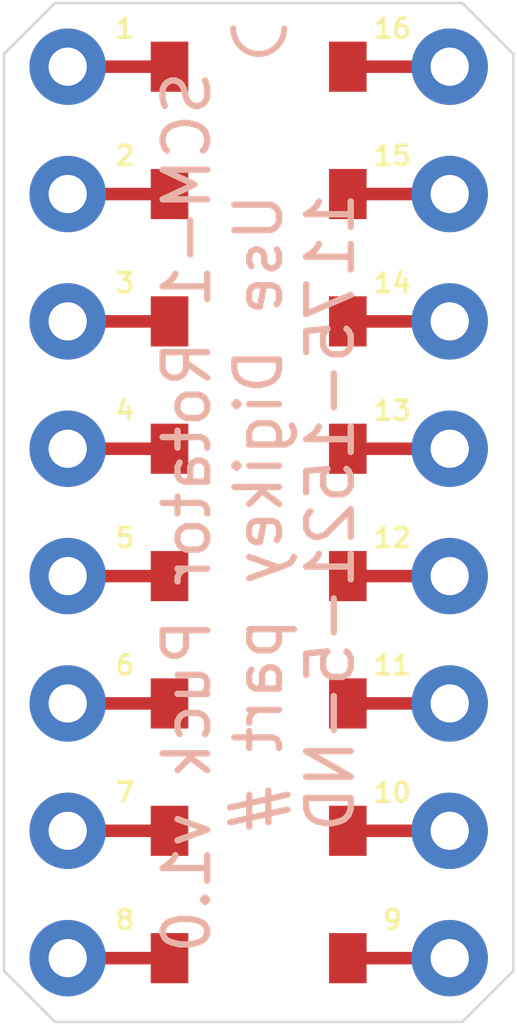
<source format=kicad_pcb>
(kicad_pcb (version 20171130) (host pcbnew 5.1.9)

  (general
    (thickness 1.6)
    (drawings 10)
    (tracks 16)
    (zones 0)
    (modules 17)
    (nets 17)
  )

  (page A4)
  (layers
    (0 F.Cu signal)
    (31 B.Cu signal)
    (32 B.Adhes user)
    (33 F.Adhes user)
    (34 B.Paste user)
    (35 F.Paste user)
    (36 B.SilkS user)
    (37 F.SilkS user)
    (38 B.Mask user)
    (39 F.Mask user)
    (40 Dwgs.User user)
    (41 Cmts.User user)
    (42 Eco1.User user)
    (43 Eco2.User user)
    (44 Edge.Cuts user)
    (45 Margin user)
    (46 B.CrtYd user)
    (47 F.CrtYd user)
    (48 B.Fab user)
    (49 F.Fab user)
  )

  (setup
    (last_trace_width 0.25)
    (trace_clearance 0.2)
    (zone_clearance 0.508)
    (zone_45_only no)
    (trace_min 0.1524)
    (via_size 0.8)
    (via_drill 0.4)
    (via_min_size 0.508)
    (via_min_drill 0.254)
    (uvia_size 0.508)
    (uvia_drill 0.254)
    (uvias_allowed no)
    (uvia_min_size 0.508)
    (uvia_min_drill 0.254)
    (edge_width 0.05)
    (segment_width 0.2)
    (pcb_text_width 0.3)
    (pcb_text_size 1.5 1.5)
    (mod_edge_width 0.12)
    (mod_text_size 1 1)
    (mod_text_width 0.15)
    (pad_size 1.524 1.524)
    (pad_drill 0.762)
    (pad_to_mask_clearance 0.0508)
    (aux_axis_origin 0 0)
    (visible_elements FFFFFF7F)
    (pcbplotparams
      (layerselection 0x010fc_ffffffff)
      (usegerberextensions false)
      (usegerberattributes true)
      (usegerberadvancedattributes true)
      (creategerberjobfile true)
      (excludeedgelayer true)
      (linewidth 0.100000)
      (plotframeref false)
      (viasonmask false)
      (mode 1)
      (useauxorigin false)
      (hpglpennumber 1)
      (hpglpenspeed 20)
      (hpglpendiameter 15.000000)
      (psnegative false)
      (psa4output false)
      (plotreference true)
      (plotvalue true)
      (plotinvisibletext false)
      (padsonsilk false)
      (subtractmaskfromsilk false)
      (outputformat 1)
      (mirror false)
      (drillshape 1)
      (scaleselection 1)
      (outputdirectory ""))
  )

  (net 0 "")
  (net 1 "Net-(J0-Pad16)")
  (net 2 "Net-(J0-Pad15)")
  (net 3 "Net-(J0-Pad14)")
  (net 4 "Net-(J0-Pad13)")
  (net 5 "Net-(J0-Pad12)")
  (net 6 "Net-(J0-Pad11)")
  (net 7 "Net-(J0-Pad10)")
  (net 8 "Net-(J0-Pad9)")
  (net 9 "Net-(J0-Pad8)")
  (net 10 "Net-(J0-Pad7)")
  (net 11 "Net-(J0-Pad6)")
  (net 12 "Net-(J0-Pad5)")
  (net 13 "Net-(J0-Pad4)")
  (net 14 "Net-(J0-Pad3)")
  (net 15 "Net-(J0-Pad2)")
  (net 16 "Net-(J0-Pad1)")

  (net_class Default "This is the default net class."
    (clearance 0.2)
    (trace_width 0.25)
    (via_dia 0.8)
    (via_drill 0.4)
    (uvia_dia 0.508)
    (uvia_drill 0.254)
    (add_net "Net-(J0-Pad1)")
    (add_net "Net-(J0-Pad10)")
    (add_net "Net-(J0-Pad11)")
    (add_net "Net-(J0-Pad12)")
    (add_net "Net-(J0-Pad13)")
    (add_net "Net-(J0-Pad14)")
    (add_net "Net-(J0-Pad15)")
    (add_net "Net-(J0-Pad16)")
    (add_net "Net-(J0-Pad2)")
    (add_net "Net-(J0-Pad3)")
    (add_net "Net-(J0-Pad4)")
    (add_net "Net-(J0-Pad5)")
    (add_net "Net-(J0-Pad6)")
    (add_net "Net-(J0-Pad7)")
    (add_net "Net-(J0-Pad8)")
    (add_net "Net-(J0-Pad9)")
  )

  (module scm1-puck:sample-pad (layer F.Cu) (tedit 602ED875) (tstamp 602F58F1)
    (at 154.178 92.71 90)
    (path /6036AAD7)
    (fp_text reference 16 (at 0.762 0.889 180) (layer F.SilkS)
      (effects (font (size 0.381 0.381) (thickness 0.0762)))
    )
    (fp_text value Conn_01x01 (at 0 2.413 90) (layer F.Fab) hide
      (effects (font (size 1 1) (thickness 0.15)))
    )
    (pad 1 smd rect (at 0 0 180) (size 0.75 1) (layers F.Cu F.Paste F.Mask)
      (net 1 "Net-(J0-Pad16)"))
  )

  (module scm1-puck:sample-pad (layer F.Cu) (tedit 602ED875) (tstamp 602F58EC)
    (at 154.178 95.25 90)
    (path /6036AAD1)
    (fp_text reference 15 (at 0.762 0.889 180) (layer F.SilkS)
      (effects (font (size 0.381 0.381) (thickness 0.0762)))
    )
    (fp_text value Conn_01x01 (at 0 2.413 90) (layer F.Fab) hide
      (effects (font (size 1 1) (thickness 0.15)))
    )
    (pad 1 smd rect (at 0 0 180) (size 0.75 1) (layers F.Cu F.Paste F.Mask)
      (net 2 "Net-(J0-Pad15)"))
  )

  (module scm1-puck:sample-pad (layer F.Cu) (tedit 602ED875) (tstamp 602F58E7)
    (at 154.178 97.79 90)
    (path /6036AACB)
    (fp_text reference 14 (at 0.762 0.889 180) (layer F.SilkS)
      (effects (font (size 0.381 0.381) (thickness 0.0762)))
    )
    (fp_text value Conn_01x01 (at 0 2.413 90) (layer F.Fab) hide
      (effects (font (size 1 1) (thickness 0.15)))
    )
    (pad 1 smd rect (at 0 0 180) (size 0.75 1) (layers F.Cu F.Paste F.Mask)
      (net 3 "Net-(J0-Pad14)"))
  )

  (module scm1-puck:sample-pad (layer F.Cu) (tedit 602ED875) (tstamp 602F58E2)
    (at 154.178 100.33 90)
    (path /6036AAC5)
    (fp_text reference 13 (at 0.762 0.889 180) (layer F.SilkS)
      (effects (font (size 0.381 0.381) (thickness 0.0762)))
    )
    (fp_text value Conn_01x01 (at 0 2.413 90) (layer F.Fab) hide
      (effects (font (size 1 1) (thickness 0.15)))
    )
    (pad 1 smd rect (at 0 0 180) (size 0.75 1) (layers F.Cu F.Paste F.Mask)
      (net 4 "Net-(J0-Pad13)"))
  )

  (module scm1-puck:sample-pad (layer F.Cu) (tedit 602ED875) (tstamp 602F58DD)
    (at 154.178 102.87 90)
    (path /6036AABF)
    (fp_text reference 12 (at 0.762 0.889 180) (layer F.SilkS)
      (effects (font (size 0.381 0.381) (thickness 0.0762)))
    )
    (fp_text value Conn_01x01 (at 0 2.413 90) (layer F.Fab) hide
      (effects (font (size 1 1) (thickness 0.15)))
    )
    (pad 1 smd rect (at 0 0 180) (size 0.75 1) (layers F.Cu F.Paste F.Mask)
      (net 5 "Net-(J0-Pad12)"))
  )

  (module scm1-puck:sample-pad (layer F.Cu) (tedit 602ED875) (tstamp 602F58D8)
    (at 154.178 105.41 90)
    (path /6036AAB9)
    (fp_text reference 11 (at 0.762 0.889 180) (layer F.SilkS)
      (effects (font (size 0.381 0.381) (thickness 0.0762)))
    )
    (fp_text value Conn_01x01 (at 0 2.413 90) (layer F.Fab) hide
      (effects (font (size 1 1) (thickness 0.15)))
    )
    (pad 1 smd rect (at 0 0 180) (size 0.75 1) (layers F.Cu F.Paste F.Mask)
      (net 6 "Net-(J0-Pad11)"))
  )

  (module scm1-puck:sample-pad (layer F.Cu) (tedit 602ED875) (tstamp 602F58D3)
    (at 154.178 107.95 90)
    (path /6036AAB3)
    (fp_text reference 10 (at 0.762 0.889 180) (layer F.SilkS)
      (effects (font (size 0.381 0.381) (thickness 0.0762)))
    )
    (fp_text value Conn_01x01 (at 0 2.413 90) (layer F.Fab) hide
      (effects (font (size 1 1) (thickness 0.15)))
    )
    (pad 1 smd rect (at 0 0 180) (size 0.75 1) (layers F.Cu F.Paste F.Mask)
      (net 7 "Net-(J0-Pad10)"))
  )

  (module scm1-puck:sample-pad (layer F.Cu) (tedit 602ED875) (tstamp 602F58CE)
    (at 154.178 110.49 90)
    (path /6036AAAD)
    (fp_text reference 9 (at 0.762 0.889 180) (layer F.SilkS)
      (effects (font (size 0.381 0.381) (thickness 0.0762)))
    )
    (fp_text value Conn_01x01 (at 0 2.413 90) (layer F.Fab) hide
      (effects (font (size 1 1) (thickness 0.15)))
    )
    (pad 1 smd rect (at 0 0 180) (size 0.75 1) (layers F.Cu F.Paste F.Mask)
      (net 8 "Net-(J0-Pad9)"))
  )

  (module scm1-puck:sample-pad (layer F.Cu) (tedit 602ED875) (tstamp 602F58C9)
    (at 150.622 110.49 90)
    (path /6036196F)
    (fp_text reference 8 (at 0.762 -0.889 180) (layer F.SilkS)
      (effects (font (size 0.381 0.381) (thickness 0.0762)))
    )
    (fp_text value Conn_01x01 (at 0 2.413 90) (layer F.Fab) hide
      (effects (font (size 1 1) (thickness 0.15)))
    )
    (pad 1 smd rect (at 0 0 180) (size 0.75 1) (layers F.Cu F.Paste F.Mask)
      (net 9 "Net-(J0-Pad8)"))
  )

  (module scm1-puck:sample-pad (layer F.Cu) (tedit 602ED875) (tstamp 602F58C4)
    (at 150.622 107.95 90)
    (path /60361969)
    (fp_text reference 7 (at 0.762 -0.889 180) (layer F.SilkS)
      (effects (font (size 0.381 0.381) (thickness 0.0762)))
    )
    (fp_text value Conn_01x01 (at 0 2.413 90) (layer F.Fab) hide
      (effects (font (size 1 1) (thickness 0.15)))
    )
    (pad 1 smd rect (at 0 0 180) (size 0.75 1) (layers F.Cu F.Paste F.Mask)
      (net 10 "Net-(J0-Pad7)"))
  )

  (module scm1-puck:sample-pad (layer F.Cu) (tedit 602ED875) (tstamp 602F58BF)
    (at 150.622 105.41 90)
    (path /60361963)
    (fp_text reference 6 (at 0.762 -0.889 180) (layer F.SilkS)
      (effects (font (size 0.381 0.381) (thickness 0.0762)))
    )
    (fp_text value Conn_01x01 (at 0 2.413 90) (layer F.Fab) hide
      (effects (font (size 1 1) (thickness 0.15)))
    )
    (pad 1 smd rect (at 0 0 180) (size 0.75 1) (layers F.Cu F.Paste F.Mask)
      (net 11 "Net-(J0-Pad6)"))
  )

  (module scm1-puck:sample-pad (layer F.Cu) (tedit 602ED875) (tstamp 602F58BA)
    (at 150.622 102.87 90)
    (path /6036195D)
    (fp_text reference 5 (at 0.762 -0.889 180) (layer F.SilkS)
      (effects (font (size 0.381 0.381) (thickness 0.0762)))
    )
    (fp_text value Conn_01x01 (at 0 2.413 90) (layer F.Fab) hide
      (effects (font (size 1 1) (thickness 0.15)))
    )
    (pad 1 smd rect (at 0 0 180) (size 0.75 1) (layers F.Cu F.Paste F.Mask)
      (net 12 "Net-(J0-Pad5)"))
  )

  (module scm1-puck:sample-pad (layer F.Cu) (tedit 602ED875) (tstamp 602F58B5)
    (at 150.622 100.33 90)
    (path /6035F77B)
    (fp_text reference 4 (at 0.762 -0.889 180) (layer F.SilkS)
      (effects (font (size 0.381 0.381) (thickness 0.0762)))
    )
    (fp_text value Conn_01x01 (at 0 2.413 90) (layer F.Fab) hide
      (effects (font (size 1 1) (thickness 0.15)))
    )
    (pad 1 smd rect (at 0 0 180) (size 0.75 1) (layers F.Cu F.Paste F.Mask)
      (net 13 "Net-(J0-Pad4)"))
  )

  (module scm1-puck:sample-pad (layer F.Cu) (tedit 602ED875) (tstamp 602F58B0)
    (at 150.622 97.79 90)
    (path /6035F775)
    (fp_text reference 3 (at 0.762 -0.889 180) (layer F.SilkS)
      (effects (font (size 0.381 0.381) (thickness 0.0762)))
    )
    (fp_text value Conn_01x01 (at 0 2.413 90) (layer F.Fab) hide
      (effects (font (size 1 1) (thickness 0.15)))
    )
    (pad 1 smd rect (at 0 0 180) (size 0.75 1) (layers F.Cu F.Paste F.Mask)
      (net 14 "Net-(J0-Pad3)"))
  )

  (module scm1-puck:sample-pad (layer F.Cu) (tedit 602ED875) (tstamp 602F6181)
    (at 150.622 95.25 90)
    (path /6035DB65)
    (fp_text reference 2 (at 0.762 -0.889 180) (layer F.SilkS)
      (effects (font (size 0.381 0.381) (thickness 0.0762)))
    )
    (fp_text value Conn_01x01 (at 0 2.413 90) (layer F.Fab) hide
      (effects (font (size 1 1) (thickness 0.15)))
    )
    (pad 1 smd rect (at 0 0 180) (size 0.75 1) (layers F.Cu F.Paste F.Mask)
      (net 15 "Net-(J0-Pad2)"))
  )

  (module scm1-puck:sample-pad (layer F.Cu) (tedit 602ED875) (tstamp 602F58A6)
    (at 150.622 92.71 90)
    (path /603578AC)
    (fp_text reference 1 (at 0.762 -0.889 180) (layer F.SilkS)
      (effects (font (size 0.381 0.381) (thickness 0.0762)))
    )
    (fp_text value Conn_01x01 (at 0 2.413 90) (layer F.Fab) hide
      (effects (font (size 1 1) (thickness 0.15)))
    )
    (pad 1 smd rect (at 0 0 180) (size 0.75 1) (layers F.Cu F.Paste F.Mask)
      (net 16 "Net-(J0-Pad1)"))
  )

  (module scm1-puck:simple-DIP-16 (layer F.Cu) (tedit 602EF263) (tstamp 602F58A1)
    (at 152.4 101.6)
    (path /6030EA1C)
    (fp_text reference J0 (at 0 0) (layer F.SilkS) hide
      (effects (font (size 1 1) (thickness 0.15)))
    )
    (fp_text value Conn_02x08_Counter_Clockwise (at 0 11.43) (layer F.Fab) hide
      (effects (font (size 1 1) (thickness 0.15)))
    )
    (fp_arc (start 0 -10.16) (end -0.5 -10.16) (angle -180) (layer F.CrtYd) (width 0.12))
    (fp_line (start 0.5 -10.16) (end 5.1 -10.16) (layer F.CrtYd) (width 0.12))
    (fp_line (start -5.1 -10.16) (end -0.5 -10.16) (layer F.CrtYd) (width 0.12))
    (fp_line (start -5.1 10.16) (end 5.1 10.16) (layer F.CrtYd) (width 0.12))
    (fp_line (start -5.1 10.16) (end -5.1 -10.16) (layer F.CrtYd) (width 0.12))
    (fp_line (start 5.1 -10.16) (end 5.1 10.16) (layer F.CrtYd) (width 0.12))
    (pad 16 thru_hole circle (at 3.81 -8.89) (size 1.524 1.524) (drill 0.762) (layers *.Cu *.Mask)
      (net 1 "Net-(J0-Pad16)"))
    (pad 15 thru_hole circle (at 3.81 -6.35) (size 1.524 1.524) (drill 0.762) (layers *.Cu *.Mask)
      (net 2 "Net-(J0-Pad15)"))
    (pad 14 thru_hole circle (at 3.81 -3.81) (size 1.524 1.524) (drill 0.762) (layers *.Cu *.Mask)
      (net 3 "Net-(J0-Pad14)"))
    (pad 13 thru_hole circle (at 3.81 -1.27) (size 1.524 1.524) (drill 0.762) (layers *.Cu *.Mask)
      (net 4 "Net-(J0-Pad13)"))
    (pad 12 thru_hole circle (at 3.81 1.27) (size 1.524 1.524) (drill 0.762) (layers *.Cu *.Mask)
      (net 5 "Net-(J0-Pad12)"))
    (pad 11 thru_hole circle (at 3.81 3.81) (size 1.524 1.524) (drill 0.762) (layers *.Cu *.Mask)
      (net 6 "Net-(J0-Pad11)"))
    (pad 10 thru_hole circle (at 3.81 6.35) (size 1.524 1.524) (drill 0.762) (layers *.Cu *.Mask)
      (net 7 "Net-(J0-Pad10)"))
    (pad 9 thru_hole circle (at 3.81 8.89) (size 1.524 1.524) (drill 0.762) (layers *.Cu *.Mask)
      (net 8 "Net-(J0-Pad9)"))
    (pad 8 thru_hole circle (at -3.81 8.89) (size 1.524 1.524) (drill 0.762) (layers *.Cu *.Mask)
      (net 9 "Net-(J0-Pad8)"))
    (pad 7 thru_hole circle (at -3.81 6.35) (size 1.524 1.524) (drill 0.762) (layers *.Cu *.Mask)
      (net 10 "Net-(J0-Pad7)"))
    (pad 6 thru_hole circle (at -3.81 3.81) (size 1.524 1.524) (drill 0.762) (layers *.Cu *.Mask)
      (net 11 "Net-(J0-Pad6)"))
    (pad 5 thru_hole circle (at -3.81 1.27) (size 1.524 1.524) (drill 0.762) (layers *.Cu *.Mask)
      (net 12 "Net-(J0-Pad5)"))
    (pad 4 thru_hole circle (at -3.81 -1.27) (size 1.524 1.524) (drill 0.762) (layers *.Cu *.Mask)
      (net 13 "Net-(J0-Pad4)"))
    (pad 3 thru_hole circle (at -3.81 -3.81) (size 1.524 1.524) (drill 0.762) (layers *.Cu *.Mask)
      (net 14 "Net-(J0-Pad3)"))
    (pad 2 thru_hole circle (at -3.81 -6.35) (size 1.524 1.524) (drill 0.762) (layers *.Cu *.Mask)
      (net 15 "Net-(J0-Pad2)"))
    (pad 1 thru_hole circle (at -3.81 -8.89) (size 1.524 1.524) (drill 0.762) (layers *.Cu *.Mask)
      (net 16 "Net-(J0-Pad1)"))
  )

  (gr_text "SCM-1 Rotator Puck v1.0\nUse Digikey part #\n1175-1521-5-ND" (at 152.4 101.6 90) (layer B.SilkS)
    (effects (font (size 0.889 0.889) (thickness 0.127)) (justify mirror))
  )
  (gr_arc (start 152.4 91.948) (end 151.892 91.948) (angle -180) (layer B.SilkS) (width 0.12))
  (gr_line (start 156.464 91.44) (end 148.336 91.44) (layer Edge.Cuts) (width 0.05) (tstamp 602F6453))
  (gr_line (start 157.48 92.456) (end 156.464 91.44) (layer Edge.Cuts) (width 0.05))
  (gr_line (start 157.48 110.744) (end 157.48 92.456) (layer Edge.Cuts) (width 0.05))
  (gr_line (start 156.464 111.76) (end 157.48 110.744) (layer Edge.Cuts) (width 0.05))
  (gr_line (start 148.336 111.76) (end 156.464 111.76) (layer Edge.Cuts) (width 0.05))
  (gr_line (start 147.32 110.744) (end 148.336 111.76) (layer Edge.Cuts) (width 0.05))
  (gr_line (start 147.32 92.456) (end 147.32 110.744) (layer Edge.Cuts) (width 0.05))
  (gr_line (start 148.336 91.44) (end 147.32 92.456) (layer Edge.Cuts) (width 0.05))

  (segment (start 156.21 92.71) (end 154.178 92.71) (width 0.25) (layer F.Cu) (net 1))
  (segment (start 156.21 95.25) (end 154.178 95.25) (width 0.25) (layer F.Cu) (net 2))
  (segment (start 156.21 97.79) (end 154.178 97.79) (width 0.25) (layer F.Cu) (net 3))
  (segment (start 156.21 100.33) (end 154.178 100.33) (width 0.25) (layer F.Cu) (net 4))
  (segment (start 156.21 102.87) (end 154.178 102.87) (width 0.25) (layer F.Cu) (net 5))
  (segment (start 156.21 105.41) (end 154.178 105.41) (width 0.25) (layer F.Cu) (net 6))
  (segment (start 156.21 107.95) (end 154.178 107.95) (width 0.25) (layer F.Cu) (net 7))
  (segment (start 156.21 110.49) (end 154.178 110.49) (width 0.25) (layer F.Cu) (net 8))
  (segment (start 148.59 110.49) (end 150.622 110.49) (width 0.25) (layer F.Cu) (net 9))
  (segment (start 148.59 107.95) (end 150.622 107.95) (width 0.25) (layer F.Cu) (net 10))
  (segment (start 148.59 105.41) (end 150.622 105.41) (width 0.25) (layer F.Cu) (net 11))
  (segment (start 148.59 102.87) (end 150.622 102.87) (width 0.25) (layer F.Cu) (net 12))
  (segment (start 148.59 100.33) (end 150.622 100.33) (width 0.25) (layer F.Cu) (net 13))
  (segment (start 148.59 97.79) (end 150.622 97.79) (width 0.25) (layer F.Cu) (net 14))
  (segment (start 148.59 95.25) (end 150.622 95.25) (width 0.25) (layer F.Cu) (net 15))
  (segment (start 148.59 92.71) (end 150.622 92.71) (width 0.25) (layer F.Cu) (net 16))

)

</source>
